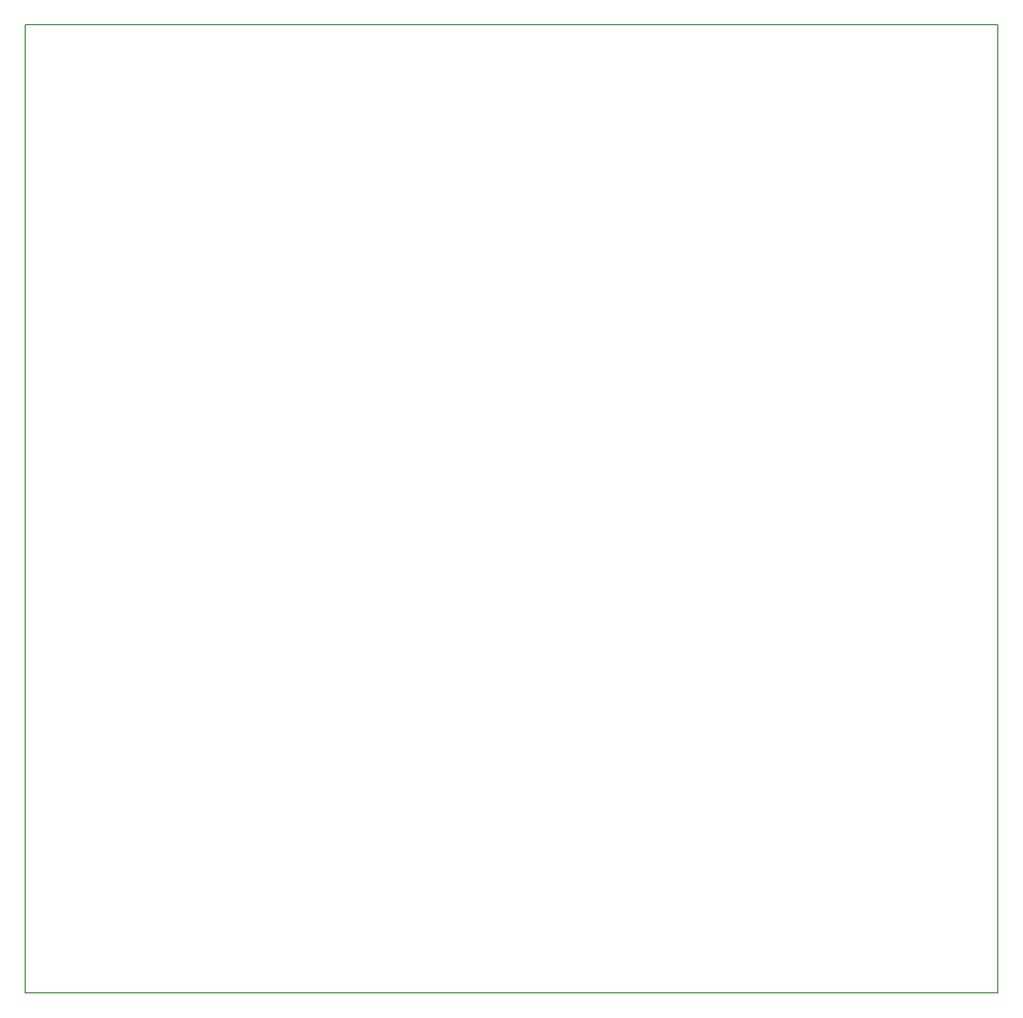
<source format=gbr>
%TF.GenerationSoftware,KiCad,Pcbnew,7.0.1-0*%
%TF.CreationDate,2023-04-25T11:16:23+01:00*%
%TF.ProjectId,Main-Craft-PCB,4d61696e-2d43-4726-9166-742d5043422e,rev?*%
%TF.SameCoordinates,Original*%
%TF.FileFunction,Profile,NP*%
%FSLAX46Y46*%
G04 Gerber Fmt 4.6, Leading zero omitted, Abs format (unit mm)*
G04 Created by KiCad (PCBNEW 7.0.1-0) date 2023-04-25 11:16:23*
%MOMM*%
%LPD*%
G01*
G04 APERTURE LIST*
%TA.AperFunction,Profile*%
%ADD10C,0.200000*%
%TD*%
G04 APERTURE END LIST*
D10*
X64216000Y-19050000D02*
X204724000Y-19050000D01*
X204724000Y-158877000D01*
X64216000Y-158877000D01*
X64216000Y-19050000D01*
M02*

</source>
